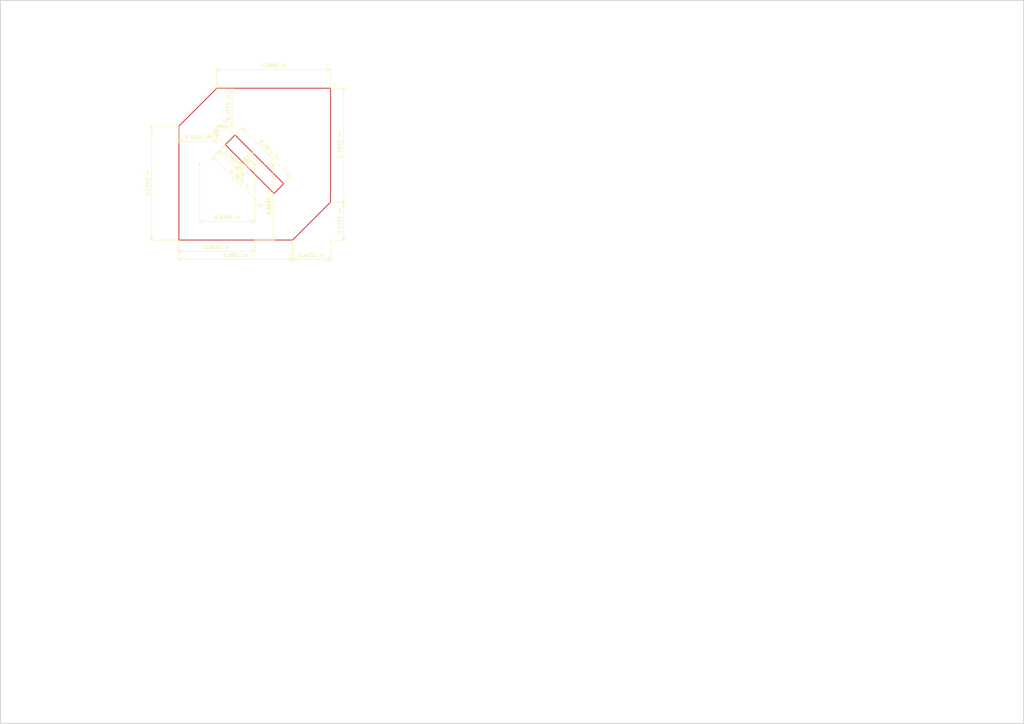
<source format=kicad_pcb>
(kicad_pcb (version 20171130) (host pcbnew "(5.1.2)-2")

  (general
    (thickness 1.6)
    (drawings 20)
    (tracks 13)
    (zones 0)
    (modules 0)
    (nets 1)
  )

  (page A3)
  (layers
    (0 F.Cu signal)
    (31 B.Cu signal)
    (34 B.Paste user)
    (35 F.Paste user)
    (36 B.SilkS user)
    (37 F.SilkS user)
    (38 B.Mask user)
    (39 F.Mask user)
    (44 Edge.Cuts user)
    (45 Margin user)
    (46 B.CrtYd user)
    (47 F.CrtYd user)
  )

  (setup
    (last_trace_width 0.25)
    (user_trace_width 0.2)
    (trace_clearance 0.2)
    (zone_clearance 0.508)
    (zone_45_only no)
    (trace_min 0.2)
    (via_size 0.8)
    (via_drill 0.635)
    (via_min_size 0.4)
    (via_min_drill 0.3)
    (uvia_size 0.3)
    (uvia_drill 0.1)
    (uvias_allowed no)
    (uvia_min_size 0.2)
    (uvia_min_drill 0.1)
    (edge_width 0.05)
    (segment_width 0.2)
    (pcb_text_width 0.3)
    (pcb_text_size 1.5 1.5)
    (mod_edge_width 0.12)
    (mod_text_size 1 1)
    (mod_text_width 0.15)
    (pad_size 1.524 1.524)
    (pad_drill 0.762)
    (pad_to_mask_clearance 0.051)
    (aux_axis_origin 0 0)
    (visible_elements FFFFFF7F)
    (pcbplotparams
      (layerselection 0x010fc_ffffffff)
      (usegerberextensions false)
      (usegerberattributes false)
      (usegerberadvancedattributes false)
      (creategerberjobfile false)
      (excludeedgelayer true)
      (linewidth 0.100000)
      (plotframeref false)
      (viasonmask false)
      (mode 1)
      (useauxorigin false)
      (hpglpennumber 1)
      (hpglpenspeed 20)
      (hpglpendiameter 15.000000)
      (psnegative false)
      (psa4output false)
      (plotreference true)
      (plotvalue true)
      (plotinvisibletext false)
      (padsonsilk false)
      (subtractmaskfromsilk false)
      (outputformat 1)
      (mirror false)
      (drillshape 1)
      (scaleselection 1)
      (outputdirectory ""))
  )

  (net 0 "")

  (net_class Default "This is the default net class."
    (clearance 0.2)
    (trace_width 0.25)
    (via_dia 0.8)
    (via_drill 0.635)
    (uvia_dia 0.3)
    (uvia_drill 0.1)
  )

  (dimension 16 (width 0.12) (layer F.SilkS)
    (gr_text "16.000 mm" (at 65.8 65.47) (layer F.SilkS)
      (effects (font (size 1 1) (thickness 0.15)))
    )
    (feature1 (pts (xy 57.8 47.6) (xy 57.8 64.786421)))
    (feature2 (pts (xy 73.8 47.6) (xy 73.8 64.786421)))
    (crossbar (pts (xy 73.8 64.2) (xy 57.8 64.2)))
    (arrow1a (pts (xy 57.8 64.2) (xy 58.926504 63.613579)))
    (arrow1b (pts (xy 57.8 64.2) (xy 58.926504 64.786421)))
    (arrow2a (pts (xy 73.8 64.2) (xy 72.673496 63.613579)))
    (arrow2b (pts (xy 73.8 64.2) (xy 72.673496 64.786421)))
  )
  (dimension 2 (width 0.12) (layer F.SilkS)
    (gr_text "2.000 mm" (at 71.00578 46.255528 45) (layer F.SilkS)
      (effects (font (size 1 1) (thickness 0.15)))
    )
    (feature1 (pts (xy 73.742284 47.577817) (xy 72.19625 46.031784)))
    (feature2 (pts (xy 72.32807 48.992031) (xy 70.782037 47.445998)))
    (crossbar (pts (xy 71.196699 47.86066) (xy 72.610913 46.446447)))
    (arrow1a (pts (xy 72.610913 46.446447) (xy 72.229016 47.657667)))
    (arrow1b (pts (xy 72.610913 46.446447) (xy 71.399692 46.828343)))
    (arrow2a (pts (xy 71.196699 47.86066) (xy 72.40792 47.478764)))
    (arrow2b (pts (xy 71.196699 47.86066) (xy 71.578595 46.649439)))
  )
  (dimension 10 (width 0.12) (layer F.SilkS)
    (gr_text "10.000 mm" (at 66.056033 48.193 315) (layer F.SilkS)
      (effects (font (size 1 1) (thickness 0.15)))
    )
    (feature1 (pts (xy 72.32807 48.992031) (xy 70.07493 51.245171)))
    (feature2 (pts (xy 65.257002 41.920963) (xy 63.003862 44.174103)))
    (crossbar (pts (xy 63.418525 43.759441) (xy 70.489592 50.830509)))
    (arrow1a (pts (xy 70.489592 50.830509) (xy 69.278371 50.448612)))
    (arrow1b (pts (xy 70.489592 50.830509) (xy 70.107696 49.619288)))
    (arrow2a (pts (xy 63.418525 43.759441) (xy 63.800421 44.970662)))
    (arrow2b (pts (xy 63.418525 43.759441) (xy 64.629745 44.141337)))
  )
  (dimension 20 (width 0.12) (layer F.SilkS)
    (gr_text "20.000 mm" (at 67.753089 53.567012 315) (layer F.SilkS)
      (effects (font (size 1 1) (thickness 0.15)))
    )
    (feature1 (pts (xy 79.399138 56.063099) (xy 75.30752 60.154716)))
    (feature2 (pts (xy 65.257002 41.920963) (xy 61.165385 46.012581)))
    (crossbar (pts (xy 61.580047 45.597918) (xy 75.722183 59.740054)))
    (arrow1a (pts (xy 75.722183 59.740054) (xy 74.510962 59.358158)))
    (arrow1b (pts (xy 75.722183 59.740054) (xy 75.340286 58.528833)))
    (arrow2a (pts (xy 61.580047 45.597918) (xy 61.961943 46.809139)))
    (arrow2b (pts (xy 61.580047 45.597918) (xy 62.791268 45.979815)))
  )
  (dimension 20 (width 0.12) (layer F.SilkS)
    (gr_text "20.000 mm" (at 78.034422 43.285679 315) (layer F.SilkS)
      (effects (font (size 1 1) (thickness 0.15)))
    )
    (feature1 (pts (xy 82.227565 53.234672) (xy 84.622126 50.84011)))
    (feature2 (pts (xy 68.085429 39.092536) (xy 70.479991 36.697975)))
    (crossbar (pts (xy 70.065328 37.112637) (xy 84.207464 51.254773)))
    (arrow1a (pts (xy 84.207464 51.254773) (xy 82.996243 50.872876)))
    (arrow1b (pts (xy 84.207464 51.254773) (xy 83.825568 50.043552)))
    (arrow2a (pts (xy 70.065328 37.112637) (xy 70.447225 38.323858)))
    (arrow2b (pts (xy 70.065328 37.112637) (xy 71.276549 37.494533)))
  )
  (dimension 4 (width 0.12) (layer F.SilkS)
    (gr_text "4.000 mm" (at 63.227606 37.06314 45) (layer F.SilkS)
      (effects (font (size 1 1) (thickness 0.15)))
    )
    (feature1 (pts (xy 68.085429 39.092536) (xy 65.125183 36.132289)))
    (feature2 (pts (xy 65.257002 41.920963) (xy 62.296756 38.960717)))
    (crossbar (pts (xy 62.711418 39.375379) (xy 65.539845 36.546952)))
    (arrow1a (pts (xy 65.539845 36.546952) (xy 65.157949 37.758173)))
    (arrow1b (pts (xy 65.539845 36.546952) (xy 64.328624 36.928848)))
    (arrow2a (pts (xy 62.711418 39.375379) (xy 63.922639 38.993482)))
    (arrow2b (pts (xy 62.711418 39.375379) (xy 63.093314 38.164158)))
  )
  (dimension 22 (width 0.12) (layer F.SilkS)
    (gr_text "22.000 mm" (at 80.37 58.6 90) (layer F.SilkS)
      (effects (font (size 1 1) (thickness 0.15)))
    )
    (feature1 (pts (xy 73.8 47.6) (xy 79.686421 47.6)))
    (feature2 (pts (xy 73.8 69.6) (xy 79.686421 69.6)))
    (crossbar (pts (xy 79.1 69.6) (xy 79.1 47.6)))
    (arrow1a (pts (xy 79.1 47.6) (xy 79.686421 48.726504)))
    (arrow1b (pts (xy 79.1 47.6) (xy 78.513579 48.726504)))
    (arrow2a (pts (xy 79.1 69.6) (xy 79.686421 68.473496)))
    (arrow2b (pts (xy 79.1 69.6) (xy 78.513579 68.473496)))
  )
  (dimension 22 (width 0.12) (layer F.SilkS)
    (gr_text "22.000 mm" (at 62.8 74.17) (layer F.SilkS)
      (effects (font (size 1 1) (thickness 0.15)))
    )
    (feature1 (pts (xy 73.8 69.6) (xy 73.8 73.486421)))
    (feature2 (pts (xy 51.8 69.6) (xy 51.8 73.486421)))
    (crossbar (pts (xy 51.8 72.9) (xy 73.8 72.9)))
    (arrow1a (pts (xy 73.8 72.9) (xy 72.673496 73.486421)))
    (arrow1b (pts (xy 73.8 72.9) (xy 72.673496 72.313579)))
    (arrow2a (pts (xy 51.8 72.9) (xy 52.926504 73.486421)))
    (arrow2b (pts (xy 51.8 72.9) (xy 52.926504 72.313579)))
  )
  (dimension 33 (width 0.12) (layer F.SilkS)
    (gr_text "33.000 mm" (at 79.3 18.83) (layer F.SilkS)
      (effects (font (size 1 1) (thickness 0.15)))
    )
    (feature1 (pts (xy 62.8 25.6) (xy 62.8 19.513579)))
    (feature2 (pts (xy 95.8 25.6) (xy 95.8 19.513579)))
    (crossbar (pts (xy 95.8 20.1) (xy 62.8 20.1)))
    (arrow1a (pts (xy 62.8 20.1) (xy 63.926504 19.513579)))
    (arrow1b (pts (xy 62.8 20.1) (xy 63.926504 20.686421)))
    (arrow2a (pts (xy 95.8 20.1) (xy 94.673496 19.513579)))
    (arrow2b (pts (xy 95.8 20.1) (xy 94.673496 20.686421)))
  )
  (dimension 33 (width 0.12) (layer F.SilkS)
    (gr_text "33.000 mm" (at 100.87 42.1 90) (layer F.SilkS)
      (effects (font (size 1 1) (thickness 0.15)))
    )
    (feature1 (pts (xy 95.8 25.6) (xy 100.186421 25.6)))
    (feature2 (pts (xy 95.8 58.6) (xy 100.186421 58.6)))
    (crossbar (pts (xy 99.6 58.6) (xy 99.6 25.6)))
    (arrow1a (pts (xy 99.6 25.6) (xy 100.186421 26.726504)))
    (arrow1b (pts (xy 99.6 25.6) (xy 99.013579 26.726504)))
    (arrow2a (pts (xy 99.6 58.6) (xy 100.186421 57.473496)))
    (arrow2b (pts (xy 99.6 58.6) (xy 99.013579 57.473496)))
  )
  (dimension 11 (width 0.12) (layer F.SilkS)
    (gr_text "11.000 mm" (at 100.87 64.1 90) (layer F.SilkS)
      (effects (font (size 1 1) (thickness 0.15)))
    )
    (feature1 (pts (xy 95.8 58.6) (xy 100.186421 58.6)))
    (feature2 (pts (xy 95.8 69.6) (xy 100.186421 69.6)))
    (crossbar (pts (xy 99.6 69.6) (xy 99.6 58.6)))
    (arrow1a (pts (xy 99.6 58.6) (xy 100.186421 59.726504)))
    (arrow1b (pts (xy 99.6 58.6) (xy 99.013579 59.726504)))
    (arrow2a (pts (xy 99.6 69.6) (xy 100.186421 68.473496)))
    (arrow2b (pts (xy 99.6 69.6) (xy 99.013579 68.473496)))
  )
  (dimension 11 (width 0.12) (layer F.SilkS)
    (gr_text "11.000 mm" (at 90.3 76.47) (layer F.SilkS)
      (effects (font (size 1 1) (thickness 0.15)))
    )
    (feature1 (pts (xy 95.8 69.6) (xy 95.8 75.786421)))
    (feature2 (pts (xy 84.8 69.6) (xy 84.8 75.786421)))
    (crossbar (pts (xy 84.8 75.2) (xy 95.8 75.2)))
    (arrow1a (pts (xy 95.8 75.2) (xy 94.673496 75.786421)))
    (arrow1b (pts (xy 95.8 75.2) (xy 94.673496 74.613579)))
    (arrow2a (pts (xy 84.8 75.2) (xy 85.926504 75.786421)))
    (arrow2b (pts (xy 84.8 75.2) (xy 85.926504 74.613579)))
  )
  (dimension 11 (width 0.12) (layer F.SilkS)
    (gr_text "11.000 mm" (at 68.47 31.1 90) (layer F.SilkS)
      (effects (font (size 1 1) (thickness 0.15)))
    )
    (feature1 (pts (xy 62.8 25.6) (xy 67.786421 25.6)))
    (feature2 (pts (xy 62.8 36.6) (xy 67.786421 36.6)))
    (crossbar (pts (xy 67.2 36.6) (xy 67.2 25.6)))
    (arrow1a (pts (xy 67.2 25.6) (xy 67.786421 26.726504)))
    (arrow1b (pts (xy 67.2 25.6) (xy 66.613579 26.726504)))
    (arrow2a (pts (xy 67.2 36.6) (xy 67.786421 35.473496)))
    (arrow2b (pts (xy 67.2 36.6) (xy 66.613579 35.473496)))
  )
  (dimension 11 (width 0.12) (layer F.SilkS)
    (gr_text "11.000 mm" (at 57.3 42.17) (layer F.SilkS)
      (effects (font (size 1 1) (thickness 0.15)))
    )
    (feature1 (pts (xy 62.8 36.6) (xy 62.8 41.486421)))
    (feature2 (pts (xy 51.8 36.6) (xy 51.8 41.486421)))
    (crossbar (pts (xy 51.8 40.9) (xy 62.8 40.9)))
    (arrow1a (pts (xy 62.8 40.9) (xy 61.673496 41.486421)))
    (arrow1b (pts (xy 62.8 40.9) (xy 61.673496 40.313579)))
    (arrow2a (pts (xy 51.8 40.9) (xy 52.926504 41.486421)))
    (arrow2b (pts (xy 51.8 40.9) (xy 52.926504 40.313579)))
  )
  (dimension 33 (width 0.12) (layer F.SilkS)
    (gr_text "33.000 mm" (at 42.63 53.1 90) (layer F.SilkS)
      (effects (font (size 1 1) (thickness 0.15)))
    )
    (feature1 (pts (xy 51.8 36.6) (xy 43.313579 36.6)))
    (feature2 (pts (xy 51.8 69.6) (xy 43.313579 69.6)))
    (crossbar (pts (xy 43.9 69.6) (xy 43.9 36.6)))
    (arrow1a (pts (xy 43.9 36.6) (xy 44.486421 37.726504)))
    (arrow1b (pts (xy 43.9 36.6) (xy 43.313579 37.726504)))
    (arrow2a (pts (xy 43.9 69.6) (xy 44.486421 68.473496)))
    (arrow2b (pts (xy 43.9 69.6) (xy 43.313579 68.473496)))
  )
  (dimension 33 (width 0.12) (layer F.SilkS)
    (gr_text "33.000 mm" (at 68.3 76.47) (layer F.SilkS)
      (effects (font (size 1 1) (thickness 0.15)))
    )
    (feature1 (pts (xy 84.8 69.6) (xy 84.8 75.786421)))
    (feature2 (pts (xy 51.8 69.6) (xy 51.8 75.786421)))
    (crossbar (pts (xy 51.8 75.2) (xy 84.8 75.2)))
    (arrow1a (pts (xy 84.8 75.2) (xy 83.673496 75.786421)))
    (arrow1b (pts (xy 84.8 75.2) (xy 83.673496 74.613579)))
    (arrow2a (pts (xy 51.8 75.2) (xy 52.926504 75.786421)))
    (arrow2b (pts (xy 51.8 75.2) (xy 52.926504 74.613579)))
  )
  (gr_line (start 0 0) (end 297 0) (layer Edge.Cuts) (width 0.254))
  (gr_line (start 297 0) (end 297 210) (layer Edge.Cuts) (width 0.254))
  (gr_line (start 297 210) (end 0 210) (layer Edge.Cuts) (width 0.254))
  (gr_line (start 0 210) (end 0 0) (layer Edge.Cuts) (width 0.254))

  (segment (start 95.8 58.6) (end 84.8 69.6) (width 0.25) (layer F.Cu) (net 0))
  (segment (start 95.8 25.5) (end 95.8 58.6) (width 0.25) (layer F.Cu) (net 0))
  (segment (start 62.8 25.5) (end 95.8 25.5) (width 0.25) (layer F.Cu) (net 0))
  (segment (start 51.8 36.5) (end 62.8 25.5) (width 0.25) (layer F.Cu) (net 0))
  (segment (start 84.8 69.6) (end 51.8 69.6) (width 0.25) (layer F.Cu) (net 0))
  (segment (start 51.8 69.6) (end 51.8 36.5) (width 0.25) (layer F.Cu) (net 0))
  (segment (start 65.257002 41.920963) (end 68.085429 39.092536) (width 0.25) (layer F.Cu) (net 0))
  (segment (start 68.085429 39.092536) (end 74.37868 45.385786) (width 0.25) (layer F.Cu) (net 0))
  (segment (start 79.399138 56.063099) (end 65.257002 41.920963) (width 0.25) (layer F.Cu) (net 0))
  (segment (start 79.399138 56.063099) (end 82.156854 53.305382) (width 0.25) (layer F.Cu) (net 0))
  (segment (start 74.37868 45.385786) (end 82.227565 53.234672) (width 0.25) (layer F.Cu) (net 0) (tstamp 5E77DF66))
  (via (at 73.742284 47.577817) (size 0.2) (drill 0.1) (layers F.Cu B.Cu) (net 0))
  (via (at 57.8 47.6) (size 0.2) (drill 0.1) (layers F.Cu B.Cu) (net 0))

)

</source>
